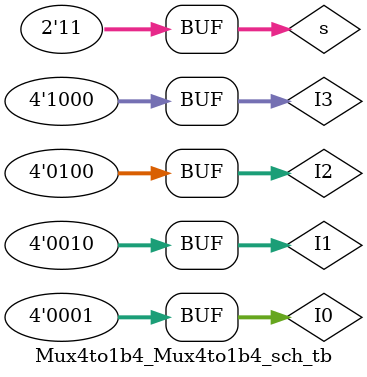
<source format=v>

`timescale 1ns / 1ps

module Mux4to1b4_Mux4to1b4_sch_tb();

// Inputs
   reg [3:0] I0;
   reg [3:0] I1;
   reg [3:0] I2;
   reg [3:0] I3;
   reg [1:0] s;

// Output
   wire [3:0] o;

// Bidirs

// Instantiate the UUT
   Mux4to1b4 UUT (
		.s(s), 
		.I0(I0), 
		.I1(I1), 
		.I2(I2), 
		.I3(I3), 
		.o(o)
   );
// Initialize Inputs
//   `ifdef auto_init
       initial begin
		 I0=1;
		 I1=2;
		 I2=4;
		 I3=8;
		 
		 s=0;
		 #50 s=1;
		 #50 s=2;
		 #50 s=3;
		 end
//   `endif
endmodule
</source>
